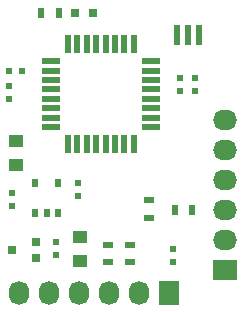
<source format=gts>
G04 #@! TF.FileFunction,Soldermask,Top*
%FSLAX46Y46*%
G04 Gerber Fmt 4.6, Leading zero omitted, Abs format (unit mm)*
G04 Created by KiCad (PCBNEW (2014-11-21 BZR 5297)-product) date Mo 02 Feb 2015 01:28:56 CET*
%MOMM*%
G01*
G04 APERTURE LIST*
%ADD10C,0.150000*%
%ADD11R,1.250000X1.000000*%
%ADD12R,0.500000X0.600000*%
%ADD13R,0.600000X0.500000*%
%ADD14R,0.797560X0.797560*%
%ADD15R,0.800100X0.800100*%
%ADD16R,1.600000X0.550000*%
%ADD17R,0.550000X1.600000*%
%ADD18R,2.032000X1.727200*%
%ADD19O,2.032000X1.727200*%
%ADD20R,1.727200X2.032000*%
%ADD21O,1.727200X2.032000*%
%ADD22R,0.500000X0.900000*%
%ADD23R,0.900000X0.500000*%
%ADD24R,0.508000X0.762000*%
%ADD25R,0.600000X1.800000*%
G04 APERTURE END LIST*
D10*
D11*
X161900000Y-121200000D03*
X161900000Y-119200000D03*
D12*
X159900000Y-120750000D03*
X159900000Y-119650000D03*
X161800000Y-114650000D03*
X161800000Y-115750000D03*
X156200000Y-115450000D03*
X156200000Y-116550000D03*
D11*
X156500000Y-113100000D03*
X156500000Y-111100000D03*
D12*
X155900000Y-107550000D03*
X155900000Y-106450000D03*
X170400000Y-105750000D03*
X170400000Y-106850000D03*
X171700000Y-105750000D03*
X171700000Y-106850000D03*
D13*
X157050000Y-105100000D03*
X155950000Y-105100000D03*
D12*
X169800000Y-120250000D03*
X169800000Y-121350000D03*
D14*
X161550700Y-100200000D03*
X163049300Y-100200000D03*
D15*
X158200760Y-121001040D03*
X158200760Y-119598960D03*
X156201780Y-120300000D03*
D16*
X167950000Y-109900000D03*
X167950000Y-109100000D03*
X167950000Y-108300000D03*
X167950000Y-107500000D03*
X167950000Y-106700000D03*
X167950000Y-105900000D03*
X167950000Y-105100000D03*
X167950000Y-104300000D03*
D17*
X166500000Y-102850000D03*
X165700000Y-102850000D03*
X164900000Y-102850000D03*
X164100000Y-102850000D03*
X163300000Y-102850000D03*
X162500000Y-102850000D03*
X161700000Y-102850000D03*
X160900000Y-102850000D03*
D16*
X159450000Y-104300000D03*
X159450000Y-105100000D03*
X159450000Y-105900000D03*
X159450000Y-106700000D03*
X159450000Y-107500000D03*
X159450000Y-108300000D03*
X159450000Y-109100000D03*
X159450000Y-109900000D03*
D17*
X160900000Y-111350000D03*
X161700000Y-111350000D03*
X162500000Y-111350000D03*
X163300000Y-111350000D03*
X164100000Y-111350000D03*
X164900000Y-111350000D03*
X165700000Y-111350000D03*
X166500000Y-111350000D03*
D18*
X174200000Y-121950000D03*
D19*
X174200000Y-119410000D03*
X174200000Y-116870000D03*
X174200000Y-114330000D03*
X174200000Y-111790000D03*
X174200000Y-109250000D03*
D20*
X169450000Y-123900000D03*
D21*
X166910000Y-123900000D03*
X164370000Y-123900000D03*
X161830000Y-123900000D03*
X159290000Y-123900000D03*
X156750000Y-123900000D03*
D22*
X171450000Y-116900000D03*
X169950000Y-116900000D03*
D23*
X164300000Y-121350000D03*
X164300000Y-119850000D03*
X166200000Y-121350000D03*
X166200000Y-119850000D03*
D22*
X160150000Y-100200000D03*
X158650000Y-100200000D03*
D23*
X167800000Y-116050000D03*
X167800000Y-117550000D03*
D24*
X158147500Y-117170000D03*
X160052500Y-117170000D03*
X158147500Y-114630000D03*
X159100000Y-117170000D03*
X160052500Y-114630000D03*
D25*
X170150000Y-102100000D03*
X171100000Y-102100000D03*
X172049999Y-102100000D03*
M02*

</source>
